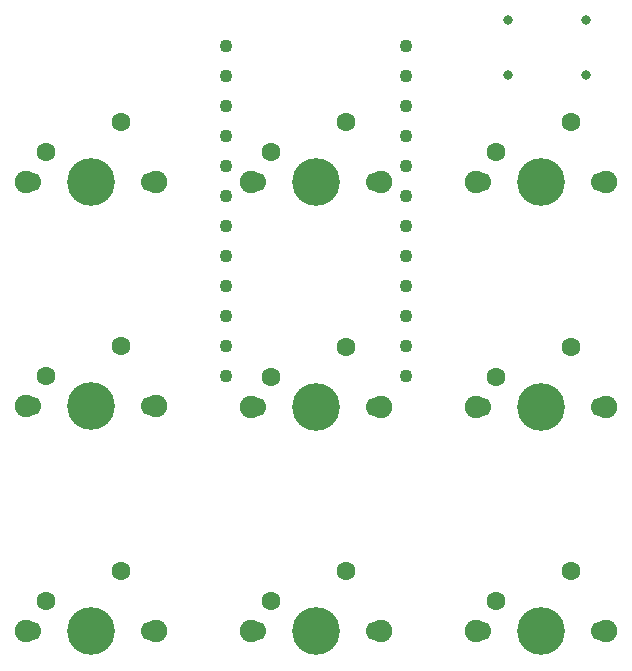
<source format=gbr>
%TF.GenerationSoftware,Altium Limited,Altium Designer,20.1.12 (249)*%
G04 Layer_Color=0*
%FSLAX26Y26*%
%MOIN*%
%TF.SameCoordinates,B967F61E-ED45-4387-9E05-25525081BA1A*%
%TF.FilePolarity,Positive*%
%TF.FileFunction,Plated,1,2,PTH,Drill*%
%TF.Part,Single*%
G01*
G75*
%TA.AperFunction,ComponentDrill*%
%ADD29C,0.159449*%
%ADD30C,0.074803*%
%ADD31C,0.066929*%
%ADD32C,0.062992*%
%ADD33C,0.042992*%
%ADD34C,0.031496*%
D29*
X399016Y375000D02*
D03*
Y1124213D02*
D03*
X1148465Y1123189D02*
D03*
X1897677D02*
D03*
X1148228Y375000D02*
D03*
X1897441D02*
D03*
X399016Y1873425D02*
D03*
X1148228D02*
D03*
X1897441D02*
D03*
D30*
X615551Y375000D02*
D03*
X182480D02*
D03*
Y1124213D02*
D03*
X615551D02*
D03*
X1365000Y1123189D02*
D03*
X931929D02*
D03*
X1681142D02*
D03*
X2114213D02*
D03*
X1364764Y375000D02*
D03*
X931693D02*
D03*
X1680905D02*
D03*
X2113976D02*
D03*
X615551Y1873425D02*
D03*
X182480D02*
D03*
X931693D02*
D03*
X1364764D02*
D03*
X2113976D02*
D03*
X1680905D02*
D03*
D31*
X599016Y375000D02*
D03*
X199016D02*
D03*
Y1124213D02*
D03*
X599016D02*
D03*
X1348465Y1123189D02*
D03*
X948465D02*
D03*
X1697677D02*
D03*
X2097677D02*
D03*
X1348228Y375000D02*
D03*
X948228D02*
D03*
X1697441D02*
D03*
X2097441D02*
D03*
X599016Y1873425D02*
D03*
X199016D02*
D03*
X948228D02*
D03*
X1348228D02*
D03*
X2097441D02*
D03*
X1697441D02*
D03*
D32*
X499016Y575000D02*
D03*
X249016Y475000D02*
D03*
Y1224213D02*
D03*
X499016Y1324213D02*
D03*
X1248465Y1323189D02*
D03*
X998465Y1223189D02*
D03*
X1747677D02*
D03*
X1997677Y1323189D02*
D03*
X1248228Y575000D02*
D03*
X998228Y475000D02*
D03*
X1747441D02*
D03*
X1997441Y575000D02*
D03*
X499016Y2073425D02*
D03*
X249016Y1973425D02*
D03*
X998228D02*
D03*
X1248228Y2073425D02*
D03*
X1997441D02*
D03*
X1747441Y1973425D02*
D03*
D33*
X1448854Y2124174D02*
D03*
Y1324174D02*
D03*
Y1724174D02*
D03*
Y1224174D02*
D03*
Y1524174D02*
D03*
Y1424174D02*
D03*
Y1924174D02*
D03*
Y1824174D02*
D03*
Y2224174D02*
D03*
Y2024174D02*
D03*
Y2324174D02*
D03*
Y1624174D02*
D03*
X848854Y1324174D02*
D03*
Y1724174D02*
D03*
Y2124174D02*
D03*
Y1224174D02*
D03*
Y1524174D02*
D03*
Y1424174D02*
D03*
Y1924174D02*
D03*
Y1824174D02*
D03*
Y2024174D02*
D03*
Y2224174D02*
D03*
Y2324174D02*
D03*
Y1624174D02*
D03*
D34*
X1788740Y2229291D02*
D03*
Y2410394D02*
D03*
X2048583Y2229291D02*
D03*
Y2410394D02*
D03*
%TF.MD5,8d3d3d458dadeaa94f510fe6c0477104*%
M02*

</source>
